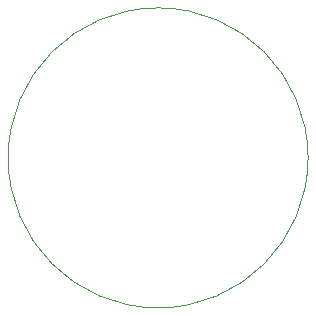
<source format=gbr>
%TF.GenerationSoftware,KiCad,Pcbnew,(6.0.1)*%
%TF.CreationDate,2023-03-20T17:09:28-07:00*%
%TF.ProjectId,NoteDetector,4e6f7465-4465-4746-9563-746f722e6b69,rev?*%
%TF.SameCoordinates,Original*%
%TF.FileFunction,Profile,NP*%
%FSLAX46Y46*%
G04 Gerber Fmt 4.6, Leading zero omitted, Abs format (unit mm)*
G04 Created by KiCad (PCBNEW (6.0.1)) date 2023-03-20 17:09:28*
%MOMM*%
%LPD*%
G01*
G04 APERTURE LIST*
%TA.AperFunction,Profile*%
%ADD10C,0.100000*%
%TD*%
G04 APERTURE END LIST*
D10*
X12700000Y0D02*
G75*
G03*
X12700000Y0I-12700000J0D01*
G01*
M02*

</source>
